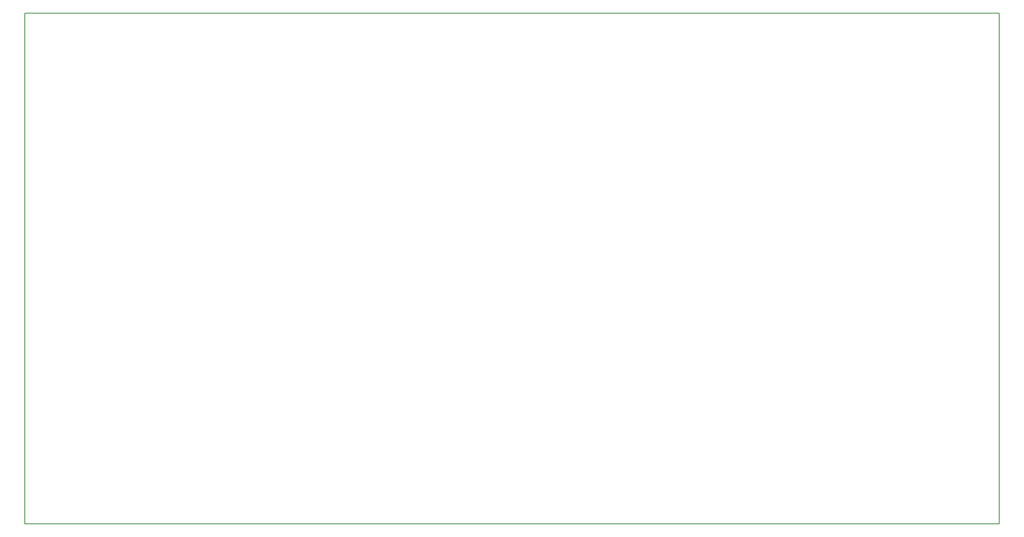
<source format=gbr>
%TF.GenerationSoftware,KiCad,Pcbnew,5.0.2-bee76a0~70~ubuntu18.04.1*%
%TF.CreationDate,2020-06-05T21:27:41+02:00*%
%TF.ProjectId,MukkeBox,4d756b6b-6542-46f7-982e-6b696361645f,rev?*%
%TF.SameCoordinates,Original*%
%TF.FileFunction,Profile,NP*%
%FSLAX46Y46*%
G04 Gerber Fmt 4.6, Leading zero omitted, Abs format (unit mm)*
G04 Created by KiCad (PCBNEW 5.0.2-bee76a0~70~ubuntu18.04.1) date Fr 05 Jun 2020 21:27:41 CEST*
%MOMM*%
%LPD*%
G01*
G04 APERTURE LIST*
%ADD10C,0.150000*%
G04 APERTURE END LIST*
D10*
X45466000Y-37084000D02*
X45466000Y-142084000D01*
X45466000Y-142084000D02*
X245466000Y-142084000D01*
X245466000Y-37084000D02*
X245466000Y-142084000D01*
X45466000Y-37084000D02*
X245466000Y-37084000D01*
M02*

</source>
